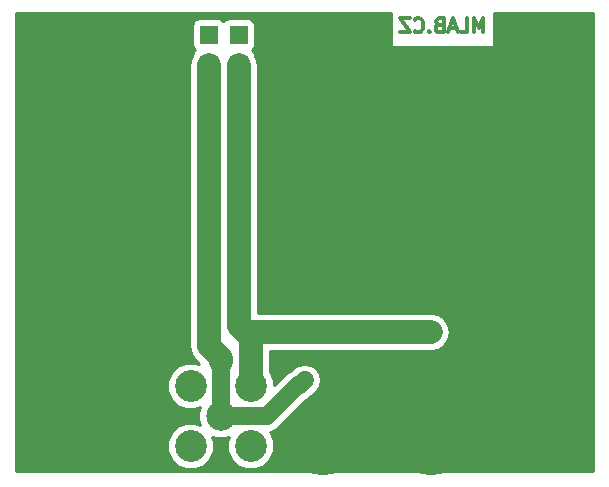
<source format=gbr>
%TF.GenerationSoftware,KiCad,Pcbnew,6.0.4-6f826c9f35~116~ubuntu20.04.1*%
%TF.CreationDate,2022-05-15T21:38:31+00:00*%
%TF.ProjectId,VLFANT01A,564c4641-4e54-4303-9141-2e6b69636164,rev?*%
%TF.SameCoordinates,Original*%
%TF.FileFunction,Copper,L2,Bot*%
%TF.FilePolarity,Positive*%
%FSLAX46Y46*%
G04 Gerber Fmt 4.6, Leading zero omitted, Abs format (unit mm)*
G04 Created by KiCad (PCBNEW 6.0.4-6f826c9f35~116~ubuntu20.04.1) date 2022-05-15 21:38:31*
%MOMM*%
%LPD*%
G01*
G04 APERTURE LIST*
%ADD10C,0.300000*%
%TA.AperFunction,NonConductor*%
%ADD11C,0.300000*%
%TD*%
%TA.AperFunction,ComponentPad*%
%ADD12C,2.500000*%
%TD*%
%TA.AperFunction,ComponentPad*%
%ADD13C,2.700000*%
%TD*%
%TA.AperFunction,ComponentPad*%
%ADD14R,1.524000X1.524000*%
%TD*%
%TA.AperFunction,ComponentPad*%
%ADD15C,6.000000*%
%TD*%
%TA.AperFunction,ViaPad*%
%ADD16C,0.800000*%
%TD*%
%TA.AperFunction,Conductor*%
%ADD17C,1.500000*%
%TD*%
%TA.AperFunction,Conductor*%
%ADD18C,2.000000*%
%TD*%
%TA.AperFunction,Conductor*%
%ADD19C,0.254000*%
%TD*%
G04 APERTURE END LIST*
D10*
D11*
X40541142Y38065142D02*
X40541142Y39265142D01*
X40141142Y38408000D01*
X39741142Y39265142D01*
X39741142Y38065142D01*
X38598285Y38065142D02*
X39169714Y38065142D01*
X39169714Y39265142D01*
X38255428Y38408000D02*
X37684000Y38408000D01*
X38369714Y38065142D02*
X37969714Y39265142D01*
X37569714Y38065142D01*
X36769714Y38693714D02*
X36598285Y38636571D01*
X36541142Y38579428D01*
X36484000Y38465142D01*
X36484000Y38293714D01*
X36541142Y38179428D01*
X36598285Y38122285D01*
X36712571Y38065142D01*
X37169714Y38065142D01*
X37169714Y39265142D01*
X36769714Y39265142D01*
X36655428Y39208000D01*
X36598285Y39150857D01*
X36541142Y39036571D01*
X36541142Y38922285D01*
X36598285Y38808000D01*
X36655428Y38750857D01*
X36769714Y38693714D01*
X37169714Y38693714D01*
X35969714Y38179428D02*
X35912571Y38122285D01*
X35969714Y38065142D01*
X36026857Y38122285D01*
X35969714Y38179428D01*
X35969714Y38065142D01*
X34712571Y38179428D02*
X34769714Y38122285D01*
X34941142Y38065142D01*
X35055428Y38065142D01*
X35226857Y38122285D01*
X35341142Y38236571D01*
X35398285Y38350857D01*
X35455428Y38579428D01*
X35455428Y38750857D01*
X35398285Y38979428D01*
X35341142Y39093714D01*
X35226857Y39208000D01*
X35055428Y39265142D01*
X34941142Y39265142D01*
X34769714Y39208000D01*
X34712571Y39150857D01*
X34312571Y39265142D02*
X33512571Y39265142D01*
X34312571Y38065142D01*
X33512571Y38065142D01*
D12*
%TO.P,J7,1*%
%TO.N,/OUT1*%
X18288000Y5588000D03*
D13*
%TO.P,J7,2*%
%TO.N,/OUT2*%
X20828000Y3048000D03*
X20828000Y8128000D03*
X15748000Y8128000D03*
X15748000Y3048000D03*
%TD*%
D14*
%TO.P,J9,1*%
%TO.N,/OUT1*%
X17272000Y35306000D03*
%TO.P,J9,2*%
X17272000Y37846000D03*
%TO.P,J9,3*%
%TO.N,/OUT2*%
X19812000Y35306000D03*
%TO.P,J9,4*%
X19812000Y37846000D03*
%TO.P,J9,5*%
%TO.N,GND*%
X22352000Y35306000D03*
%TO.P,J9,6*%
X22352000Y37846000D03*
%TD*%
D15*
%TO.P,M1,1*%
%TO.N,GND*%
X45720000Y35560000D03*
%TD*%
%TO.P,M2,1*%
%TO.N,GND*%
X45720000Y5080000D03*
%TD*%
%TO.P,M3,1*%
%TO.N,GND*%
X5080000Y35560000D03*
%TD*%
%TO.P,M4,1*%
%TO.N,GND*%
X5080000Y5080000D03*
%TD*%
%TO.P,M5,1*%
%TO.N,GND*%
X45720000Y25908000D03*
%TD*%
%TO.P,M6,1*%
%TO.N,GND*%
X45720000Y15748000D03*
%TD*%
%TO.P,M7,1*%
%TO.N,GND*%
X5080000Y25908000D03*
%TD*%
%TO.P,M8,1*%
%TO.N,GND*%
X5080000Y15748000D03*
%TD*%
%TO.P,M9,1*%
%TO.N,GND*%
X36068000Y3556000D03*
%TD*%
%TO.P,M10,1*%
%TO.N,GND*%
X26924000Y3556000D03*
%TD*%
D16*
%TO.N,/OUT1*%
X25400000Y8636000D03*
%TO.N,/OUT2*%
X31496000Y12700000D03*
X36068000Y12700000D03*
%TD*%
D17*
%TO.N,/OUT1*%
X25000001Y8236001D02*
X25400000Y8636000D01*
X18288000Y5588000D02*
X22173999Y5588000D01*
D18*
X17272000Y32544000D02*
X17272000Y35306000D01*
X18288000Y10463295D02*
X17272000Y11479295D01*
D17*
X24822000Y8236001D02*
X25000001Y8236001D01*
D18*
X17272000Y11479295D02*
X17272000Y32544000D01*
D17*
X18288000Y5588000D02*
X18288000Y10160000D01*
X22173999Y5588000D02*
X24822000Y8236001D01*
D18*
X18288000Y10160000D02*
X18288000Y10463295D01*
%TO.N,/OUT2*%
X20320000Y12700000D02*
X19812000Y13208000D01*
X31496000Y12700000D02*
X36068000Y12700000D01*
X20828000Y8128000D02*
X20828000Y12192000D01*
X19812000Y35306000D02*
X19812000Y13208000D01*
X20828000Y12192000D02*
X19812000Y13208000D01*
X31496000Y12700000D02*
X20320000Y12700000D01*
%TD*%
%TO.N,GND*%
D19*
X32706143Y36863000D02*
X41461858Y36863000D01*
X41461858Y39676000D01*
X49836000Y39676000D01*
X49836000Y964000D01*
X964000Y964000D01*
X964000Y7734891D01*
X13762657Y7734891D01*
X14064218Y7005057D01*
X14622120Y6446181D01*
X15351427Y6143346D01*
X16141109Y6142657D01*
X16546886Y6310320D01*
X16403328Y5964595D01*
X16402674Y5214695D01*
X16546924Y4865583D01*
X16144573Y5032654D01*
X15354891Y5033343D01*
X14625057Y4731782D01*
X14066181Y4173880D01*
X13763346Y3444573D01*
X13762657Y2654891D01*
X14064218Y1925057D01*
X14622120Y1366181D01*
X15351427Y1063346D01*
X16141109Y1062657D01*
X16870943Y1364218D01*
X17429819Y1922120D01*
X17732654Y2651427D01*
X17733343Y3441109D01*
X17565680Y3846886D01*
X17911405Y3703328D01*
X18661305Y3702674D01*
X19010417Y3846924D01*
X18843346Y3444573D01*
X18842657Y2654891D01*
X19144218Y1925057D01*
X19702120Y1366181D01*
X20431427Y1063346D01*
X21221109Y1062657D01*
X21950943Y1364218D01*
X22509819Y1922120D01*
X22812654Y2651427D01*
X22813343Y3441109D01*
X22511782Y4170943D01*
X22429122Y4253747D01*
X22704016Y4308427D01*
X23153342Y4608657D01*
X25493936Y6949251D01*
X25530018Y6956428D01*
X25979344Y7256658D01*
X26379343Y7656657D01*
X26679573Y8105984D01*
X26785000Y8636000D01*
X26679573Y9166016D01*
X26379343Y9615343D01*
X25930016Y9915573D01*
X25400000Y10021000D01*
X24869984Y9915573D01*
X24420657Y9615343D01*
X24328065Y9522751D01*
X24291983Y9515574D01*
X23980092Y9307175D01*
X23842657Y9215344D01*
X22813050Y8185737D01*
X22813343Y8521109D01*
X22511782Y9250943D01*
X22463000Y9299810D01*
X22463000Y11065000D01*
X36068000Y11065000D01*
X36693687Y11189457D01*
X37224120Y11543880D01*
X37578543Y12074313D01*
X37703000Y12700000D01*
X37578543Y13325687D01*
X37224120Y13856120D01*
X36693687Y14210543D01*
X36068000Y14335000D01*
X21447000Y14335000D01*
X21447000Y35306000D01*
X21322543Y35931687D01*
X21217511Y36088878D01*
X21177162Y36303317D01*
X21038090Y36519441D01*
X20956230Y36575374D01*
X21025441Y36619910D01*
X21170431Y36832110D01*
X21221440Y37084000D01*
X21221440Y38608000D01*
X21177162Y38843317D01*
X21038090Y39059441D01*
X20825890Y39204431D01*
X20574000Y39255440D01*
X19050000Y39255440D01*
X18814683Y39211162D01*
X18598559Y39072090D01*
X18542626Y38990230D01*
X18498090Y39059441D01*
X18285890Y39204431D01*
X18034000Y39255440D01*
X16510000Y39255440D01*
X16274683Y39211162D01*
X16058559Y39072090D01*
X15913569Y38859890D01*
X15862560Y38608000D01*
X15862560Y37084000D01*
X15906838Y36848683D01*
X16045910Y36632559D01*
X16127770Y36576626D01*
X16058559Y36532090D01*
X15913569Y36319890D01*
X15866918Y36089521D01*
X15761457Y35931687D01*
X15637000Y35306000D01*
X15637000Y11479300D01*
X15636999Y11479295D01*
X15761457Y10853607D01*
X16115880Y10323175D01*
X16455516Y9983539D01*
X16144573Y10112654D01*
X15354891Y10113343D01*
X14625057Y9811782D01*
X14066181Y9253880D01*
X13763346Y8524573D01*
X13762657Y7734891D01*
X964000Y7734891D01*
X964000Y39676000D01*
X32706143Y39676000D01*
X32706143Y36863000D01*
X32706143Y36863000D02*
X32706143Y39676000D01*
%TA.AperFunction,Conductor*%
G36*
X32706143Y36863000D02*
G01*
X41461858Y36863000D01*
X41461858Y39676000D01*
X49836000Y39676000D01*
X49836000Y964000D01*
X964000Y964000D01*
X964000Y7734891D01*
X13762657Y7734891D01*
X14064218Y7005057D01*
X14622120Y6446181D01*
X15351427Y6143346D01*
X16141109Y6142657D01*
X16546886Y6310320D01*
X16403328Y5964595D01*
X16402674Y5214695D01*
X16546924Y4865583D01*
X16144573Y5032654D01*
X15354891Y5033343D01*
X14625057Y4731782D01*
X14066181Y4173880D01*
X13763346Y3444573D01*
X13762657Y2654891D01*
X14064218Y1925057D01*
X14622120Y1366181D01*
X15351427Y1063346D01*
X16141109Y1062657D01*
X16870943Y1364218D01*
X17429819Y1922120D01*
X17732654Y2651427D01*
X17733343Y3441109D01*
X17565680Y3846886D01*
X17911405Y3703328D01*
X18661305Y3702674D01*
X19010417Y3846924D01*
X18843346Y3444573D01*
X18842657Y2654891D01*
X19144218Y1925057D01*
X19702120Y1366181D01*
X20431427Y1063346D01*
X21221109Y1062657D01*
X21950943Y1364218D01*
X22509819Y1922120D01*
X22812654Y2651427D01*
X22813343Y3441109D01*
X22511782Y4170943D01*
X22429122Y4253747D01*
X22704016Y4308427D01*
X23153342Y4608657D01*
X25493936Y6949251D01*
X25530018Y6956428D01*
X25979344Y7256658D01*
X26379343Y7656657D01*
X26679573Y8105984D01*
X26785000Y8636000D01*
X26679573Y9166016D01*
X26379343Y9615343D01*
X25930016Y9915573D01*
X25400000Y10021000D01*
X24869984Y9915573D01*
X24420657Y9615343D01*
X24328065Y9522751D01*
X24291983Y9515574D01*
X23980092Y9307175D01*
X23842657Y9215344D01*
X22813050Y8185737D01*
X22813343Y8521109D01*
X22511782Y9250943D01*
X22463000Y9299810D01*
X22463000Y11065000D01*
X36068000Y11065000D01*
X36693687Y11189457D01*
X37224120Y11543880D01*
X37578543Y12074313D01*
X37703000Y12700000D01*
X37578543Y13325687D01*
X37224120Y13856120D01*
X36693687Y14210543D01*
X36068000Y14335000D01*
X21447000Y14335000D01*
X21447000Y35306000D01*
X21322543Y35931687D01*
X21217511Y36088878D01*
X21177162Y36303317D01*
X21038090Y36519441D01*
X20956230Y36575374D01*
X21025441Y36619910D01*
X21170431Y36832110D01*
X21221440Y37084000D01*
X21221440Y38608000D01*
X21177162Y38843317D01*
X21038090Y39059441D01*
X20825890Y39204431D01*
X20574000Y39255440D01*
X19050000Y39255440D01*
X18814683Y39211162D01*
X18598559Y39072090D01*
X18542626Y38990230D01*
X18498090Y39059441D01*
X18285890Y39204431D01*
X18034000Y39255440D01*
X16510000Y39255440D01*
X16274683Y39211162D01*
X16058559Y39072090D01*
X15913569Y38859890D01*
X15862560Y38608000D01*
X15862560Y37084000D01*
X15906838Y36848683D01*
X16045910Y36632559D01*
X16127770Y36576626D01*
X16058559Y36532090D01*
X15913569Y36319890D01*
X15866918Y36089521D01*
X15761457Y35931687D01*
X15637000Y35306000D01*
X15637000Y11479300D01*
X15636999Y11479295D01*
X15761457Y10853607D01*
X16115880Y10323175D01*
X16455516Y9983539D01*
X16144573Y10112654D01*
X15354891Y10113343D01*
X14625057Y9811782D01*
X14066181Y9253880D01*
X13763346Y8524573D01*
X13762657Y7734891D01*
X964000Y7734891D01*
X964000Y39676000D01*
X32706143Y39676000D01*
X32706143Y36863000D01*
G37*
%TD.AperFunction*%
%TD*%
M02*

</source>
